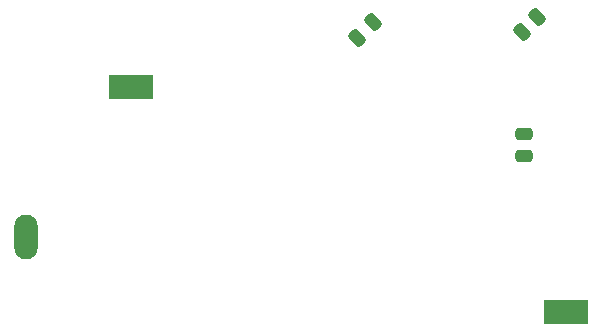
<source format=gbr>
%TF.GenerationSoftware,KiCad,Pcbnew,8.0.8-8.0.8-0~ubuntu24.04.1*%
%TF.CreationDate,2025-08-07T16:45:33-04:00*%
%TF.ProjectId,mainboard,6d61696e-626f-4617-9264-2e6b69636164,rev?*%
%TF.SameCoordinates,Original*%
%TF.FileFunction,Paste,Bot*%
%TF.FilePolarity,Positive*%
%FSLAX46Y46*%
G04 Gerber Fmt 4.6, Leading zero omitted, Abs format (unit mm)*
G04 Created by KiCad (PCBNEW 8.0.8-8.0.8-0~ubuntu24.04.1) date 2025-08-07 16:45:33*
%MOMM*%
%LPD*%
G01*
G04 APERTURE LIST*
G04 Aperture macros list*
%AMRoundRect*
0 Rectangle with rounded corners*
0 $1 Rounding radius*
0 $2 $3 $4 $5 $6 $7 $8 $9 X,Y pos of 4 corners*
0 Add a 4 corners polygon primitive as box body*
4,1,4,$2,$3,$4,$5,$6,$7,$8,$9,$2,$3,0*
0 Add four circle primitives for the rounded corners*
1,1,$1+$1,$2,$3*
1,1,$1+$1,$4,$5*
1,1,$1+$1,$6,$7*
1,1,$1+$1,$8,$9*
0 Add four rect primitives between the rounded corners*
20,1,$1+$1,$2,$3,$4,$5,0*
20,1,$1+$1,$4,$5,$6,$7,0*
20,1,$1+$1,$6,$7,$8,$9,0*
20,1,$1+$1,$8,$9,$2,$3,0*%
G04 Aperture macros list end*
%ADD10R,3.800000X2.000000*%
%ADD11O,2.000000X3.800000*%
%ADD12RoundRect,0.250000X-0.159099X0.512652X-0.512652X0.159099X0.159099X-0.512652X0.512652X-0.159099X0*%
%ADD13RoundRect,0.250000X-0.475000X0.250000X-0.475000X-0.250000X0.475000X-0.250000X0.475000X0.250000X0*%
G04 APERTURE END LIST*
D10*
%TO.C,TP8*%
X119380000Y-80010000D03*
%TD*%
%TO.C,TP6*%
X82550000Y-60960000D03*
%TD*%
D11*
%TO.C,TP4*%
X73660000Y-73660000D03*
%TD*%
D12*
%TO.C,C8*%
X116946751Y-54978249D03*
X115603249Y-56321751D03*
%TD*%
%TO.C,C6*%
X103046751Y-55428249D03*
X101703249Y-56771751D03*
%TD*%
D13*
%TO.C,C7*%
X115775000Y-64900000D03*
X115775000Y-66799998D03*
%TD*%
M02*

</source>
